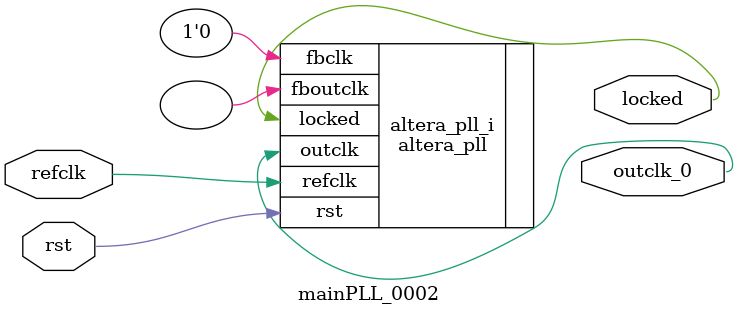
<source format=v>
`timescale 1ns/10ps
module  mainPLL_0002(

	// interface 'refclk'
	input wire refclk,

	// interface 'reset'
	input wire rst,

	// interface 'outclk0'
	output wire outclk_0,

	// interface 'locked'
	output wire locked
);

	altera_pll #(
		.fractional_vco_multiplier("true"),
		.reference_clock_frequency("50.0 MHz"),
		.operation_mode("direct"),
		.number_of_clocks(1),
		.output_clock_frequency0("1.152000 MHz"),
		.phase_shift0("0 ps"),
		.duty_cycle0(50),
		.output_clock_frequency1("0 MHz"),
		.phase_shift1("0 ps"),
		.duty_cycle1(50),
		.output_clock_frequency2("0 MHz"),
		.phase_shift2("0 ps"),
		.duty_cycle2(50),
		.output_clock_frequency3("0 MHz"),
		.phase_shift3("0 ps"),
		.duty_cycle3(50),
		.output_clock_frequency4("0 MHz"),
		.phase_shift4("0 ps"),
		.duty_cycle4(50),
		.output_clock_frequency5("0 MHz"),
		.phase_shift5("0 ps"),
		.duty_cycle5(50),
		.output_clock_frequency6("0 MHz"),
		.phase_shift6("0 ps"),
		.duty_cycle6(50),
		.output_clock_frequency7("0 MHz"),
		.phase_shift7("0 ps"),
		.duty_cycle7(50),
		.output_clock_frequency8("0 MHz"),
		.phase_shift8("0 ps"),
		.duty_cycle8(50),
		.output_clock_frequency9("0 MHz"),
		.phase_shift9("0 ps"),
		.duty_cycle9(50),
		.output_clock_frequency10("0 MHz"),
		.phase_shift10("0 ps"),
		.duty_cycle10(50),
		.output_clock_frequency11("0 MHz"),
		.phase_shift11("0 ps"),
		.duty_cycle11(50),
		.output_clock_frequency12("0 MHz"),
		.phase_shift12("0 ps"),
		.duty_cycle12(50),
		.output_clock_frequency13("0 MHz"),
		.phase_shift13("0 ps"),
		.duty_cycle13(50),
		.output_clock_frequency14("0 MHz"),
		.phase_shift14("0 ps"),
		.duty_cycle14(50),
		.output_clock_frequency15("0 MHz"),
		.phase_shift15("0 ps"),
		.duty_cycle15(50),
		.output_clock_frequency16("0 MHz"),
		.phase_shift16("0 ps"),
		.duty_cycle16(50),
		.output_clock_frequency17("0 MHz"),
		.phase_shift17("0 ps"),
		.duty_cycle17(50),
		.pll_type("General"),
		.pll_subtype("General")
	) altera_pll_i (
		.rst	(rst),
		.outclk	({outclk_0}),
		.locked	(locked),
		.fboutclk	( ),
		.fbclk	(1'b0),
		.refclk	(refclk)
	);
endmodule


</source>
